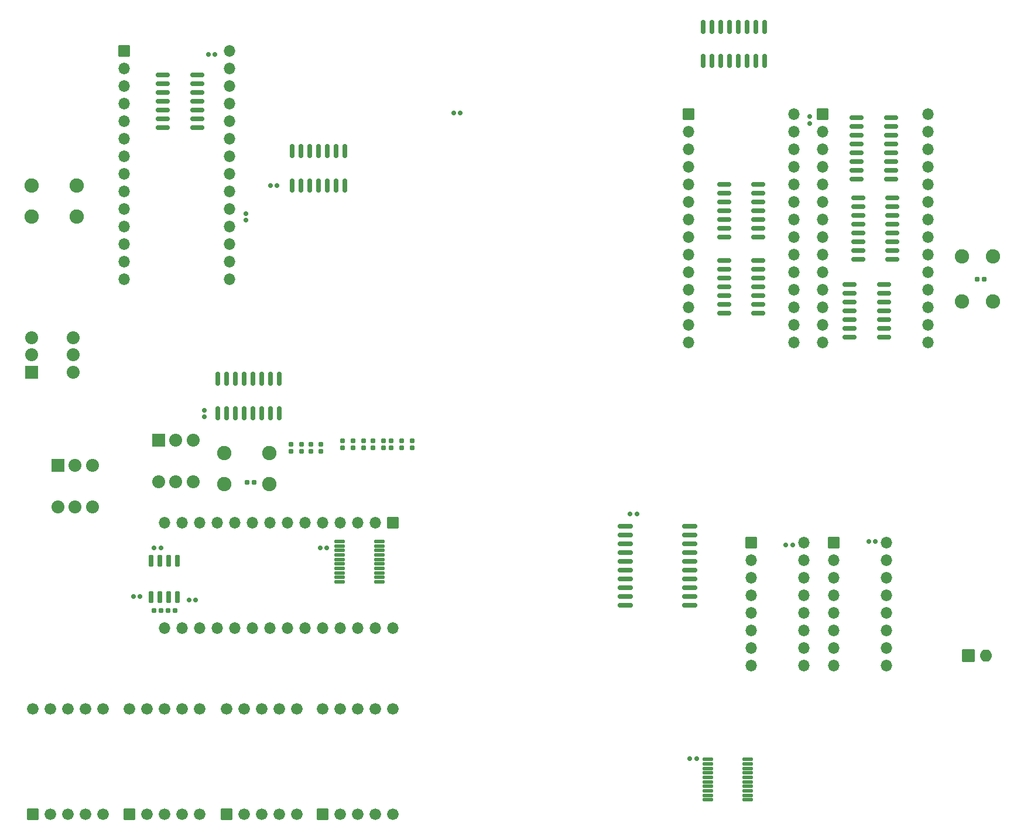
<source format=gbs>
G04 #@! TF.GenerationSoftware,KiCad,Pcbnew,8.0.1*
G04 #@! TF.CreationDate,2024-05-29T20:25:03-07:00*
G04 #@! TF.ProjectId,8-Bit-Computer,382d4269-742d-4436-9f6d-70757465722e,rev?*
G04 #@! TF.SameCoordinates,Original*
G04 #@! TF.FileFunction,Soldermask,Bot*
G04 #@! TF.FilePolarity,Negative*
%FSLAX46Y46*%
G04 Gerber Fmt 4.6, Leading zero omitted, Abs format (unit mm)*
G04 Created by KiCad (PCBNEW 8.0.1) date 2024-05-29 20:25:03*
%MOMM*%
%LPD*%
G01*
G04 APERTURE LIST*
G04 Aperture macros list*
%AMRoundRect*
0 Rectangle with rounded corners*
0 $1 Rounding radius*
0 $2 $3 $4 $5 $6 $7 $8 $9 X,Y pos of 4 corners*
0 Add a 4 corners polygon primitive as box body*
4,1,4,$2,$3,$4,$5,$6,$7,$8,$9,$2,$3,0*
0 Add four circle primitives for the rounded corners*
1,1,$1+$1,$2,$3*
1,1,$1+$1,$4,$5*
1,1,$1+$1,$6,$7*
1,1,$1+$1,$8,$9*
0 Add four rect primitives between the rounded corners*
20,1,$1+$1,$2,$3,$4,$5,0*
20,1,$1+$1,$4,$5,$6,$7,0*
20,1,$1+$1,$6,$7,$8,$9,0*
20,1,$1+$1,$8,$9,$2,$3,0*%
G04 Aperture macros list end*
%ADD10C,2.076000*%
%ADD11RoundRect,0.038000X-0.800000X-0.800000X0.800000X-0.800000X0.800000X0.800000X-0.800000X0.800000X0*%
%ADD12O,1.676000X1.676000*%
%ADD13C,1.676000*%
%ADD14RoundRect,0.038000X0.850000X-0.850000X0.850000X0.850000X-0.850000X0.850000X-0.850000X-0.850000X0*%
%ADD15O,1.776000X1.776000*%
%ADD16RoundRect,0.038000X-0.900000X-0.900000X0.900000X-0.900000X0.900000X0.900000X-0.900000X0.900000X0*%
%ADD17C,1.876000*%
%ADD18RoundRect,0.038000X-0.800000X0.800000X-0.800000X-0.800000X0.800000X-0.800000X0.800000X0.800000X0*%
%ADD19RoundRect,0.038000X0.900000X-0.900000X0.900000X0.900000X-0.900000X0.900000X-0.900000X-0.900000X0*%
%ADD20RoundRect,0.159000X0.159000X0.189000X-0.159000X0.189000X-0.159000X-0.189000X0.159000X-0.189000X0*%
%ADD21RoundRect,0.154000X-0.204000X0.154000X-0.204000X-0.154000X0.204000X-0.154000X0.204000X0.154000X0*%
%ADD22RoundRect,0.169000X0.844000X0.169000X-0.844000X0.169000X-0.844000X-0.169000X0.844000X-0.169000X0*%
%ADD23RoundRect,0.169000X0.894000X0.169000X-0.894000X0.169000X-0.894000X-0.169000X0.894000X-0.169000X0*%
%ADD24RoundRect,0.154000X0.154000X0.204000X-0.154000X0.204000X-0.154000X-0.204000X0.154000X-0.204000X0*%
%ADD25RoundRect,0.169000X-0.844000X-0.169000X0.844000X-0.169000X0.844000X0.169000X-0.844000X0.169000X0*%
%ADD26RoundRect,0.119000X0.656500X0.119000X-0.656500X0.119000X-0.656500X-0.119000X0.656500X-0.119000X0*%
%ADD27RoundRect,0.169000X-0.169000X0.844000X-0.169000X-0.844000X0.169000X-0.844000X0.169000X0.844000X0*%
%ADD28RoundRect,0.154000X-0.154000X-0.204000X0.154000X-0.204000X0.154000X0.204000X-0.154000X0.204000X0*%
%ADD29RoundRect,0.169000X-0.169000X0.694000X-0.169000X-0.694000X0.169000X-0.694000X0.169000X0.694000X0*%
%ADD30RoundRect,0.159000X-0.189000X0.159000X-0.189000X-0.159000X0.189000X-0.159000X0.189000X0.159000X0*%
%ADD31RoundRect,0.159000X-0.159000X-0.189000X0.159000X-0.189000X0.159000X0.189000X-0.159000X0.189000X0*%
%ADD32RoundRect,0.159000X0.189000X-0.159000X0.189000X0.159000X-0.189000X0.159000X-0.189000X-0.159000X0*%
G04 APERTURE END LIST*
D10*
X33000000Y-72000000D03*
X39500000Y-72000000D03*
X33000000Y-76500000D03*
X39500000Y-76500000D03*
D11*
X147400000Y-61670000D03*
D12*
X147400000Y-64210000D03*
X147400000Y-66750000D03*
X147400000Y-69290000D03*
X147400000Y-71830000D03*
X147400000Y-74370000D03*
X147400000Y-76910000D03*
X147400000Y-79450000D03*
X147400000Y-81990000D03*
X147400000Y-84530000D03*
X147400000Y-87070000D03*
X147400000Y-89610000D03*
X147400000Y-92150000D03*
X147400000Y-94690000D03*
X162640000Y-94690000D03*
X162640000Y-92150000D03*
X162640000Y-89610000D03*
X162640000Y-87070000D03*
X162640000Y-84530000D03*
X162640000Y-81990000D03*
X162640000Y-79450000D03*
X162640000Y-76910000D03*
X162640000Y-74370000D03*
X162640000Y-71830000D03*
X162640000Y-69290000D03*
X162640000Y-66750000D03*
X162640000Y-64210000D03*
X162640000Y-61670000D03*
D11*
X47135000Y-162920000D03*
D13*
X49675000Y-162920000D03*
X52215000Y-162920000D03*
X54755000Y-162920000D03*
X57295000Y-162920000D03*
X57295000Y-147680000D03*
X54755000Y-147680000D03*
X52215000Y-147680000D03*
X49675000Y-147680000D03*
X47135000Y-147680000D03*
D14*
X168460000Y-140000000D03*
D15*
X171000000Y-140000000D03*
D11*
X46375000Y-52500000D03*
D12*
X46375000Y-55040000D03*
X46375000Y-57580000D03*
X46375000Y-60120000D03*
X46375000Y-62660000D03*
X46375000Y-65200000D03*
X46375000Y-67740000D03*
X46375000Y-70280000D03*
X46375000Y-72820000D03*
X46375000Y-75360000D03*
X46375000Y-77900000D03*
X46375000Y-80440000D03*
X46375000Y-82980000D03*
X46375000Y-85520000D03*
X61615000Y-85520000D03*
X61615000Y-82980000D03*
X61615000Y-80440000D03*
X61615000Y-77900000D03*
X61615000Y-75360000D03*
X61615000Y-72820000D03*
X61615000Y-70280000D03*
X61615000Y-67740000D03*
X61615000Y-65200000D03*
X61615000Y-62660000D03*
X61615000Y-60120000D03*
X61615000Y-57580000D03*
X61615000Y-55040000D03*
X61615000Y-52500000D03*
D16*
X51365000Y-108820934D03*
D17*
X53865000Y-108820934D03*
X56365000Y-108820934D03*
X51365000Y-114820934D03*
X53865000Y-114820934D03*
X56365000Y-114820934D03*
D16*
X36792500Y-112497500D03*
D17*
X39292500Y-112497500D03*
X41792500Y-112497500D03*
X36792500Y-118497500D03*
X39292500Y-118497500D03*
X41792500Y-118497500D03*
D18*
X85240000Y-120795000D03*
D12*
X82700000Y-120795000D03*
X80160000Y-120795000D03*
X77620000Y-120795000D03*
X75080000Y-120795000D03*
X72540000Y-120795000D03*
X70000000Y-120795000D03*
X67460000Y-120795000D03*
X64920000Y-120795000D03*
X62380000Y-120795000D03*
X59840000Y-120795000D03*
X57300000Y-120795000D03*
X54760000Y-120795000D03*
X52220000Y-120795000D03*
X52220000Y-136035000D03*
X54760000Y-136035000D03*
X57300000Y-136035000D03*
X59840000Y-136035000D03*
X62380000Y-136035000D03*
X64920000Y-136035000D03*
X67460000Y-136035000D03*
X70000000Y-136035000D03*
X72540000Y-136035000D03*
X75080000Y-136035000D03*
X77620000Y-136035000D03*
X80160000Y-136035000D03*
X82700000Y-136035000D03*
X85240000Y-136035000D03*
D11*
X137040000Y-123600001D03*
D12*
X137040000Y-126140001D03*
X137040000Y-128680001D03*
X137040000Y-131220001D03*
X137040000Y-133760001D03*
X137040000Y-136300001D03*
X137040000Y-138840001D03*
X137040000Y-141380001D03*
X144660000Y-141380001D03*
X144660000Y-138840001D03*
X144660000Y-136300001D03*
X144660000Y-133760001D03*
X144660000Y-131220001D03*
X144660000Y-128680001D03*
X144660000Y-126140001D03*
X144660000Y-123600001D03*
D19*
X33000000Y-99000000D03*
D17*
X33000000Y-96500000D03*
X33000000Y-94000000D03*
X39000000Y-99000000D03*
X39000000Y-96500000D03*
X39000000Y-94000000D03*
D10*
X167500000Y-88750000D03*
X167500000Y-82250000D03*
X172000000Y-88750000D03*
X172000000Y-82250000D03*
X60890000Y-110685934D03*
X67390000Y-110685934D03*
X60890000Y-115185934D03*
X67390000Y-115185934D03*
D11*
X33135000Y-162917500D03*
D13*
X35675000Y-162917500D03*
X38215000Y-162917500D03*
X40755000Y-162917500D03*
X43295000Y-162917500D03*
X43295000Y-147677500D03*
X40755000Y-147677500D03*
X38215000Y-147677500D03*
X35675000Y-147677500D03*
X33135000Y-147677500D03*
D11*
X128000000Y-61670000D03*
D12*
X128000000Y-64210000D03*
X128000000Y-66750000D03*
X128000000Y-69290000D03*
X128000000Y-71830000D03*
X128000000Y-74370000D03*
X128000000Y-76910000D03*
X128000000Y-79450000D03*
X128000000Y-81990000D03*
X128000000Y-84530000D03*
X128000000Y-87070000D03*
X128000000Y-89610000D03*
X128000000Y-92150000D03*
X128000000Y-94690000D03*
X143240000Y-94690000D03*
X143240000Y-92150000D03*
X143240000Y-89610000D03*
X143240000Y-87070000D03*
X143240000Y-84530000D03*
X143240000Y-81990000D03*
X143240000Y-79450000D03*
X143240000Y-76910000D03*
X143240000Y-74370000D03*
X143240000Y-71830000D03*
X143240000Y-69290000D03*
X143240000Y-66750000D03*
X143240000Y-64210000D03*
X143240000Y-61670000D03*
D11*
X75095000Y-162917500D03*
D13*
X77635000Y-162917500D03*
X80175000Y-162917500D03*
X82715000Y-162917500D03*
X85255000Y-162917500D03*
X85255000Y-147677500D03*
X82715000Y-147677500D03*
X80175000Y-147677500D03*
X77635000Y-147677500D03*
X75095000Y-147677500D03*
D11*
X61185000Y-162920000D03*
D13*
X63725000Y-162920000D03*
X66265000Y-162920000D03*
X68805000Y-162920000D03*
X71345000Y-162920000D03*
X71345000Y-147680000D03*
X68805000Y-147680000D03*
X66265000Y-147680000D03*
X63725000Y-147680000D03*
X61185000Y-147680000D03*
D11*
X149040000Y-123600001D03*
D12*
X149040000Y-126140001D03*
X149040000Y-128680001D03*
X149040000Y-131220001D03*
X149040000Y-133760001D03*
X149040000Y-136300001D03*
X149040000Y-138840001D03*
X149040000Y-141380001D03*
X156660000Y-141380001D03*
X156660000Y-138840001D03*
X156660000Y-136300001D03*
X156660000Y-133760001D03*
X156660000Y-131220001D03*
X156660000Y-128680001D03*
X156660000Y-126140001D03*
X156660000Y-123600001D03*
D20*
X155020000Y-123500001D03*
X154060000Y-123500001D03*
X51695000Y-124420000D03*
X50735000Y-124420000D03*
D21*
X85000000Y-108925934D03*
X85000000Y-109945934D03*
D22*
X157500000Y-73750000D03*
X157500000Y-75020000D03*
X157500000Y-76290000D03*
X157500000Y-77560000D03*
X157500000Y-78830000D03*
X157500000Y-80100000D03*
X157500000Y-81370000D03*
X157500000Y-82640000D03*
X152550000Y-82640000D03*
X152550000Y-81370000D03*
X152550000Y-80100000D03*
X152550000Y-78830000D03*
X152550000Y-77560000D03*
X152550000Y-76290000D03*
X152550000Y-75020000D03*
X152550000Y-73750000D03*
D21*
X83865000Y-108925934D03*
X83865000Y-109945934D03*
D22*
X56950000Y-55960000D03*
X56950000Y-57230000D03*
X56950000Y-58500000D03*
X56950000Y-59770000D03*
X56950000Y-61040000D03*
X56950000Y-62310000D03*
X56950000Y-63580000D03*
X52000000Y-63580000D03*
X52000000Y-62310000D03*
X52000000Y-61040000D03*
X52000000Y-59770000D03*
X52000000Y-58500000D03*
X52000000Y-57230000D03*
X52000000Y-55960000D03*
D21*
X73365000Y-109425934D03*
X73365000Y-110445934D03*
D23*
X128190000Y-121285001D03*
X128190000Y-122555001D03*
X128190000Y-123825001D03*
X128190000Y-125095001D03*
X128190000Y-126365001D03*
X128190000Y-127635001D03*
X128190000Y-128905001D03*
X128190000Y-130175001D03*
X128190000Y-131445001D03*
X128190000Y-132715001D03*
X118890000Y-132715001D03*
X118890000Y-131445001D03*
X118890000Y-130175001D03*
X118890000Y-128905001D03*
X118890000Y-127635001D03*
X118890000Y-126365001D03*
X118890000Y-125095001D03*
X118890000Y-123825001D03*
X118890000Y-122555001D03*
X118890000Y-121285001D03*
D20*
X56715000Y-131920000D03*
X55755000Y-131920000D03*
D24*
X53725000Y-133420000D03*
X52705000Y-133420000D03*
D21*
X72000000Y-109425934D03*
X72000000Y-110445934D03*
D20*
X143040000Y-124000001D03*
X142080000Y-124000001D03*
D25*
X133165000Y-79460000D03*
X133165000Y-78190000D03*
X133165000Y-76920000D03*
X133165000Y-75650000D03*
X133165000Y-74380000D03*
X133165000Y-73110000D03*
X133165000Y-71840000D03*
X138115000Y-71840000D03*
X138115000Y-73110000D03*
X138115000Y-74380000D03*
X138115000Y-75650000D03*
X138115000Y-76920000D03*
X138115000Y-78190000D03*
X138115000Y-79460000D03*
D21*
X78000000Y-108925934D03*
X78000000Y-109945934D03*
D26*
X136540000Y-155000001D03*
X136540000Y-155650001D03*
X136540000Y-156300001D03*
X136540000Y-156950001D03*
X136540000Y-157600001D03*
X136540000Y-158250001D03*
X136540000Y-158900001D03*
X136540000Y-159550001D03*
X136540000Y-160200001D03*
X136540000Y-160850001D03*
X130815000Y-160850001D03*
X130815000Y-160200001D03*
X130815000Y-159550001D03*
X130815000Y-158900001D03*
X130815000Y-158250001D03*
X130815000Y-157600001D03*
X130815000Y-156950001D03*
X130815000Y-156300001D03*
X130815000Y-155650001D03*
X130815000Y-155000001D03*
D21*
X74865000Y-109425934D03*
X74865000Y-110445934D03*
D27*
X70690000Y-67025000D03*
X71960000Y-67025000D03*
X73230000Y-67025000D03*
X74500000Y-67025000D03*
X75770000Y-67025000D03*
X77040000Y-67025000D03*
X78310000Y-67025000D03*
X78310000Y-71975000D03*
X77040000Y-71975000D03*
X75770000Y-71975000D03*
X74500000Y-71975000D03*
X73230000Y-71975000D03*
X71960000Y-71975000D03*
X70690000Y-71975000D03*
D28*
X169750000Y-85500000D03*
X170770000Y-85500000D03*
D29*
X50310000Y-126295000D03*
X51580000Y-126295000D03*
X52850000Y-126295000D03*
X54120000Y-126295000D03*
X54120000Y-131545000D03*
X52850000Y-131545000D03*
X51580000Y-131545000D03*
X50310000Y-131545000D03*
D20*
X94980000Y-61500000D03*
X94020000Y-61500000D03*
D30*
X145500000Y-62020000D03*
X145500000Y-62980000D03*
D22*
X138115000Y-82840000D03*
X138115000Y-84110000D03*
X138115000Y-85380000D03*
X138115000Y-86650000D03*
X138115000Y-87920000D03*
X138115000Y-89190000D03*
X138115000Y-90460000D03*
X133165000Y-90460000D03*
X133165000Y-89190000D03*
X133165000Y-87920000D03*
X133165000Y-86650000D03*
X133165000Y-85380000D03*
X133165000Y-84110000D03*
X133165000Y-82840000D03*
D20*
X59500000Y-53000000D03*
X58540000Y-53000000D03*
D21*
X70500000Y-109425934D03*
X70500000Y-110445934D03*
D27*
X59920000Y-99960934D03*
X61190000Y-99960934D03*
X62460000Y-99960934D03*
X63730000Y-99960934D03*
X65000000Y-99960934D03*
X66270000Y-99960934D03*
X67540000Y-99960934D03*
X68810000Y-99960934D03*
X68810000Y-104910934D03*
X67540000Y-104910934D03*
X66270000Y-104910934D03*
X65000000Y-104910934D03*
X63730000Y-104910934D03*
X62460000Y-104910934D03*
X61190000Y-104910934D03*
X59920000Y-104910934D03*
D20*
X129157500Y-154925001D03*
X128197500Y-154925001D03*
D21*
X88000000Y-108925934D03*
X88000000Y-109945934D03*
D26*
X83259968Y-123470000D03*
X83259968Y-124120000D03*
X83259968Y-124770000D03*
X83259968Y-125420000D03*
X83259968Y-126070000D03*
X83259968Y-126720000D03*
X83259968Y-127370000D03*
X83259968Y-128020000D03*
X83259968Y-128670000D03*
X83259968Y-129320000D03*
X77534968Y-129320000D03*
X77534968Y-128670000D03*
X77534968Y-128020000D03*
X77534968Y-127370000D03*
X77534968Y-126720000D03*
X77534968Y-126070000D03*
X77534968Y-125420000D03*
X77534968Y-124770000D03*
X77534968Y-124120000D03*
X77534968Y-123470000D03*
D22*
X156277684Y-86340000D03*
X156277684Y-87610000D03*
X156277684Y-88880000D03*
X156277684Y-90150000D03*
X156277684Y-91420000D03*
X156277684Y-92690000D03*
X156277684Y-93960000D03*
X151327684Y-93960000D03*
X151327684Y-92690000D03*
X151327684Y-91420000D03*
X151327684Y-90150000D03*
X151327684Y-88880000D03*
X151327684Y-87610000D03*
X151327684Y-86340000D03*
D21*
X81000000Y-108925934D03*
X81000000Y-109945934D03*
D20*
X48695000Y-131420000D03*
X47735000Y-131420000D03*
D31*
X119560000Y-119500001D03*
X120520000Y-119500001D03*
D24*
X51725000Y-133420000D03*
X50705000Y-133420000D03*
D20*
X75715000Y-124420000D03*
X74755000Y-124420000D03*
D21*
X82365000Y-108925934D03*
X82365000Y-109945934D03*
D32*
X58020000Y-105460000D03*
X58020000Y-104500000D03*
D24*
X65160000Y-114935934D03*
X64140000Y-114935934D03*
D22*
X157277684Y-62205000D03*
X157277684Y-63475000D03*
X157277684Y-64745000D03*
X157277684Y-66015000D03*
X157277684Y-67285000D03*
X157277684Y-68555000D03*
X157277684Y-69825000D03*
X157277684Y-71095000D03*
X152327684Y-71095000D03*
X152327684Y-69825000D03*
X152327684Y-68555000D03*
X152327684Y-67285000D03*
X152327684Y-66015000D03*
X152327684Y-64745000D03*
X152327684Y-63475000D03*
X152327684Y-62205000D03*
D21*
X86500000Y-108925934D03*
X86500000Y-109945934D03*
D30*
X64000000Y-76020000D03*
X64000000Y-76980000D03*
D20*
X68480000Y-72000000D03*
X67520000Y-72000000D03*
D27*
X130150000Y-49050000D03*
X131420000Y-49050000D03*
X132690000Y-49050000D03*
X133960000Y-49050000D03*
X135230000Y-49050000D03*
X136500000Y-49050000D03*
X137770000Y-49050000D03*
X139040000Y-49050000D03*
X139040000Y-54000000D03*
X137770000Y-54000000D03*
X136500000Y-54000000D03*
X135230000Y-54000000D03*
X133960000Y-54000000D03*
X132690000Y-54000000D03*
X131420000Y-54000000D03*
X130150000Y-54000000D03*
D21*
X79500000Y-108925934D03*
X79500000Y-109945934D03*
M02*

</source>
